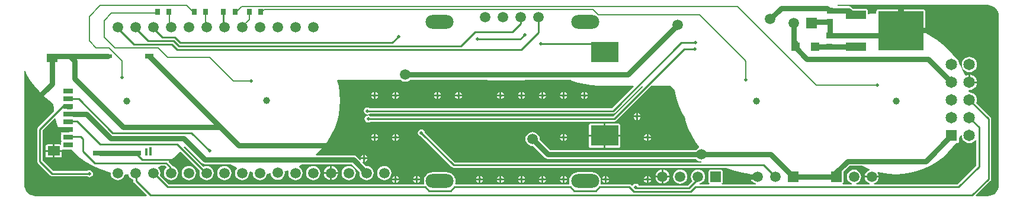
<source format=gbl>
G04 Layer_Physical_Order=2*
G04 Layer_Color=16711680*
%FSAX25Y25*%
%MOIN*%
G70*
G01*
G75*
%ADD10R,0.02756X0.03347*%
%ADD12C,0.02953*%
%ADD13C,0.01000*%
%ADD14C,0.03000*%
%ADD15R,0.06496X0.06496*%
%ADD16C,0.06496*%
%ADD17C,0.03937*%
%ADD18C,0.05905*%
%ADD19C,0.05910*%
%ADD20O,0.15748X0.07874*%
%ADD21R,0.05905X0.05905*%
%ADD22C,0.05905*%
%ADD23C,0.01968*%
%ADD24R,0.15748X0.11811*%
%ADD25R,0.05905X0.04567*%
%ADD26R,0.04528X0.02362*%
%ADD27R,0.05118X0.02559*%
%ADD28R,0.01772X0.04528*%
%ADD29R,0.01772X0.04331*%
%ADD30R,0.06299X0.02559*%
%ADD31R,0.08425X0.02559*%
%ADD32R,0.07087X0.05315*%
%ADD33R,0.05512X0.03150*%
%ADD34R,0.04724X0.04724*%
%ADD35R,0.03740X0.03347*%
%ADD36R,0.11220X0.04921*%
%ADD37R,0.25590X0.21850*%
%ADD38C,0.00700*%
G36*
X0146828Y0342653D02*
X0148834Y0339306D01*
X0151159Y0336172D01*
X0153780Y0333280D01*
X0157680Y0329380D01*
X0160572Y0326759D01*
X0161803Y0325846D01*
X0161911Y0323643D01*
X0162178Y0321841D01*
X0153019Y0312681D01*
X0152687Y0312185D01*
X0152571Y0311600D01*
Y0293700D01*
X0152687Y0293115D01*
X0153019Y0292619D01*
X0160119Y0285519D01*
X0160615Y0285187D01*
X0161200Y0285071D01*
X0180817D01*
X0181326Y0284731D01*
X0182100Y0284577D01*
X0182874Y0284731D01*
X0183531Y0285169D01*
X0183969Y0285826D01*
X0184123Y0286600D01*
X0183969Y0287374D01*
X0183531Y0288031D01*
X0182874Y0288469D01*
X0182100Y0288623D01*
X0181326Y0288469D01*
X0180817Y0288129D01*
X0161834D01*
X0155629Y0294334D01*
Y0310966D01*
X0162505Y0317842D01*
X0162987Y0317709D01*
X0163494Y0315686D01*
X0164862Y0311861D01*
X0166245Y0308936D01*
X0166224Y0308827D01*
Y0305677D01*
X0166301Y0305287D01*
X0166435Y0305087D01*
X0166301Y0304886D01*
X0166224Y0304496D01*
Y0303376D01*
X0166115Y0303268D01*
X0165724Y0303044D01*
X0165472Y0303094D01*
X0162428D01*
Y0299917D01*
X0166491D01*
Y0300045D01*
X0166600Y0300153D01*
X0166991Y0300377D01*
X0167243Y0300327D01*
X0172118D01*
X0173834Y0298434D01*
X0176844Y0295706D01*
X0180106Y0293287D01*
X0183590Y0291199D01*
X0187261Y0289462D01*
X0191086Y0288094D01*
X0194054Y0287350D01*
X0194013Y0287037D01*
X0194149Y0286005D01*
X0194547Y0285044D01*
X0195181Y0284218D01*
X0196007Y0283584D01*
X0196968Y0283186D01*
X0198000Y0283050D01*
X0199032Y0283186D01*
X0199993Y0283584D01*
X0200819Y0284218D01*
X0201453Y0285044D01*
X0201851Y0286005D01*
X0201899Y0286371D01*
X0203100Y0286312D01*
X0204102Y0286361D01*
X0204149Y0286005D01*
X0204547Y0285044D01*
X0205181Y0284218D01*
X0206007Y0283584D01*
X0206771Y0283268D01*
Y0282619D01*
X0206887Y0282033D01*
X0207219Y0281537D01*
X0214348Y0274408D01*
X0214157Y0273946D01*
X0151899D01*
X0151871Y0273940D01*
X0150638Y0274062D01*
X0149426Y0274429D01*
X0148309Y0275026D01*
X0147330Y0275830D01*
X0146527Y0276809D01*
X0145929Y0277926D01*
X0145562Y0279138D01*
X0145440Y0280371D01*
X0145446Y0280399D01*
Y0344434D01*
X0145934Y0344544D01*
X0146828Y0342653D01*
D02*
G37*
G36*
X0672899Y0308182D02*
X0672937Y0308153D01*
X0673079Y0307074D01*
X0673507Y0306040D01*
X0674188Y0305153D01*
X0675076Y0304472D01*
X0676109Y0304044D01*
X0677218Y0303898D01*
X0678327Y0304044D01*
X0679360Y0304472D01*
X0680248Y0305153D01*
X0680571Y0305574D01*
X0681071Y0305404D01*
Y0291334D01*
X0670366Y0280629D01*
X0623625D01*
X0623526Y0281129D01*
X0624293Y0281447D01*
X0625119Y0282081D01*
X0625753Y0282907D01*
X0626151Y0283868D01*
X0626221Y0284400D01*
X0618379D01*
X0618449Y0283868D01*
X0618847Y0282907D01*
X0619481Y0282081D01*
X0620307Y0281447D01*
X0621074Y0281129D01*
X0620975Y0280629D01*
X0613625D01*
X0613526Y0281129D01*
X0614293Y0281447D01*
X0615119Y0282081D01*
X0615753Y0282907D01*
X0616151Y0283868D01*
X0616287Y0284900D01*
X0616151Y0285932D01*
X0615753Y0286893D01*
X0615119Y0287719D01*
X0614293Y0288353D01*
X0613332Y0288751D01*
X0612300Y0288887D01*
X0611268Y0288751D01*
X0610307Y0288353D01*
X0609481Y0287719D01*
X0608847Y0286893D01*
X0608449Y0285932D01*
X0608313Y0284900D01*
X0608449Y0283868D01*
X0608847Y0282907D01*
X0609481Y0282081D01*
X0610307Y0281447D01*
X0611074Y0281129D01*
X0610975Y0280629D01*
X0605980D01*
X0605829Y0281129D01*
X0605974Y0281226D01*
X0606195Y0281557D01*
X0606272Y0281947D01*
Y0287702D01*
X0609646Y0291075D01*
X0616651D01*
X0620061Y0289462D01*
X0620929Y0289152D01*
X0620942Y0288616D01*
X0620307Y0288353D01*
X0619481Y0287719D01*
X0618847Y0286893D01*
X0618449Y0285932D01*
X0618379Y0285400D01*
X0626221D01*
X0626151Y0285932D01*
X0625753Y0286893D01*
X0625546Y0287162D01*
X0625837Y0287605D01*
X0627825Y0287107D01*
X0631843Y0286511D01*
X0635900Y0286312D01*
X0639957Y0286511D01*
X0643974Y0287107D01*
X0647914Y0288094D01*
X0651739Y0289462D01*
X0655410Y0291199D01*
X0658894Y0293287D01*
X0662156Y0295706D01*
X0665166Y0298434D01*
X0667894Y0301444D01*
X0669727Y0303915D01*
X0670466D01*
X0670856Y0303993D01*
X0671187Y0304214D01*
X0671408Y0304544D01*
X0671486Y0304935D01*
Y0306662D01*
X0672401Y0308190D01*
X0672419Y0308228D01*
X0672899Y0308182D01*
D02*
G37*
G36*
X0688593Y0381618D02*
X0689805Y0381251D01*
X0690922Y0380653D01*
X0691901Y0379850D01*
X0692705Y0378871D01*
X0693302Y0377754D01*
X0693669Y0376541D01*
X0693791Y0375309D01*
X0693785Y0375281D01*
Y0280399D01*
X0693791Y0280371D01*
X0693669Y0279138D01*
X0693302Y0277926D01*
X0692705Y0276809D01*
X0691901Y0275830D01*
X0690922Y0275026D01*
X0689805Y0274429D01*
X0688593Y0274062D01*
X0687360Y0273940D01*
X0687332Y0273946D01*
X0681062D01*
X0680871Y0274408D01*
X0688981Y0282519D01*
X0689313Y0283015D01*
X0689429Y0283600D01*
Y0317501D01*
X0689313Y0318086D01*
X0688981Y0318582D01*
X0681103Y0326461D01*
X0681357Y0327074D01*
X0681503Y0328183D01*
X0681357Y0329292D01*
X0680929Y0330325D01*
X0680248Y0331212D01*
X0679360Y0331893D01*
X0678327Y0332321D01*
X0677218Y0332467D01*
X0676988Y0332437D01*
X0676824Y0333547D01*
X0677099Y0333827D01*
X0677276Y0333906D01*
X0678327Y0334044D01*
X0679360Y0334472D01*
X0680248Y0335153D01*
X0680929Y0336040D01*
X0681357Y0337074D01*
X0681437Y0337683D01*
X0677218D01*
Y0338183D01*
X0676718D01*
Y0342402D01*
X0676109Y0342321D01*
X0675234Y0341959D01*
X0674647Y0342117D01*
X0674138Y0343539D01*
X0672401Y0347210D01*
X0671414Y0348858D01*
X0671357Y0349292D01*
X0670929Y0350325D01*
X0670248Y0351212D01*
X0669508Y0351780D01*
X0667894Y0353957D01*
X0665166Y0356966D01*
X0662156Y0359694D01*
X0658894Y0362113D01*
X0655410Y0364201D01*
X0654248Y0364751D01*
X0653869Y0365169D01*
X0652515Y0366397D01*
Y0378125D01*
X0652437Y0378515D01*
X0652216Y0378846D01*
X0651886Y0379067D01*
X0651495Y0379145D01*
X0625905D01*
X0625515Y0379067D01*
X0625184Y0378846D01*
X0624963Y0378515D01*
X0624885Y0378125D01*
Y0376983D01*
X0621340Y0376808D01*
X0620551Y0376691D01*
X0620172Y0377018D01*
Y0378598D01*
X0620095Y0378988D01*
X0619874Y0379319D01*
X0619543Y0379540D01*
X0619153Y0379617D01*
X0611788D01*
X0611053Y0380352D01*
X0610226Y0380905D01*
X0609250Y0381099D01*
X0603038D01*
X0602942Y0381234D01*
X0603200Y0381734D01*
X0687332D01*
X0687360Y0381739D01*
X0688593Y0381618D01*
D02*
G37*
G36*
X0453227Y0339359D02*
X0456902Y0338044D01*
X0460688Y0337096D01*
X0464548Y0336524D01*
X0468446Y0336332D01*
X0488116D01*
X0488307Y0335870D01*
X0475967Y0323529D01*
X0339783D01*
X0339274Y0323869D01*
X0338500Y0324023D01*
X0337726Y0323869D01*
X0337069Y0323431D01*
X0336631Y0322774D01*
X0336477Y0322000D01*
X0336631Y0321226D01*
X0337069Y0320569D01*
X0337726Y0320131D01*
X0338500Y0319977D01*
X0339274Y0320131D01*
X0339783Y0320471D01*
X0476600D01*
X0477185Y0320587D01*
X0477681Y0320919D01*
X0492954Y0336191D01*
X0493189Y0336159D01*
X0493367Y0335630D01*
X0476766Y0319029D01*
X0340183D01*
X0339674Y0319369D01*
X0338900Y0319523D01*
X0338126Y0319369D01*
X0337469Y0318931D01*
X0337031Y0318274D01*
X0336877Y0317500D01*
X0337031Y0316726D01*
X0337469Y0316069D01*
X0338126Y0315631D01*
X0338900Y0315477D01*
X0339674Y0315631D01*
X0340183Y0315971D01*
X0477400D01*
X0477985Y0316087D01*
X0478481Y0316419D01*
X0498395Y0336332D01*
X0508928D01*
X0511483Y0333777D01*
X0511773Y0331818D01*
X0512737Y0327972D01*
X0514073Y0324238D01*
X0515768Y0320654D01*
X0517110Y0318414D01*
X0517794Y0315686D01*
X0519162Y0311861D01*
X0520899Y0308190D01*
X0522987Y0304706D01*
X0525166Y0301767D01*
X0524997Y0301156D01*
X0524507Y0300953D01*
X0523681Y0300319D01*
X0523455Y0300025D01*
X0441146D01*
X0435338Y0305832D01*
X0435387Y0306200D01*
X0435251Y0307232D01*
X0434853Y0308193D01*
X0434219Y0309019D01*
X0433393Y0309653D01*
X0432432Y0310051D01*
X0431400Y0310187D01*
X0430368Y0310051D01*
X0429407Y0309653D01*
X0428581Y0309019D01*
X0427947Y0308193D01*
X0427549Y0307232D01*
X0427413Y0306200D01*
X0427549Y0305168D01*
X0427947Y0304207D01*
X0428581Y0303381D01*
X0429407Y0302747D01*
X0430368Y0302349D01*
X0431400Y0302213D01*
X0431768Y0302261D01*
X0438315Y0295715D01*
X0439134Y0295167D01*
X0440100Y0294975D01*
X0523455D01*
X0523681Y0294681D01*
X0524507Y0294047D01*
X0525468Y0293649D01*
X0526377Y0293529D01*
X0526344Y0293029D01*
X0387533D01*
X0370788Y0309774D01*
X0370669Y0310374D01*
X0370231Y0311031D01*
X0369574Y0311469D01*
X0368800Y0311623D01*
X0368026Y0311469D01*
X0367369Y0311031D01*
X0366931Y0310374D01*
X0366777Y0309600D01*
X0366931Y0308826D01*
X0367369Y0308169D01*
X0368026Y0307731D01*
X0368625Y0307612D01*
X0385819Y0290419D01*
X0386315Y0290087D01*
X0386900Y0289971D01*
X0540486D01*
X0541561Y0289462D01*
X0545386Y0288094D01*
X0549326Y0287107D01*
X0553343Y0286511D01*
X0553894Y0286484D01*
X0554098Y0286161D01*
X0554141Y0285971D01*
X0554079Y0285500D01*
X0558000D01*
Y0284500D01*
X0554079D01*
X0554149Y0283968D01*
X0554547Y0283007D01*
X0555181Y0282181D01*
X0556007Y0281547D01*
X0556968Y0281149D01*
X0557117Y0281129D01*
X0557084Y0280629D01*
X0538177D01*
X0537875Y0281093D01*
X0537879Y0281129D01*
X0538174Y0281326D01*
X0538395Y0281657D01*
X0538472Y0282047D01*
Y0287953D01*
X0538395Y0288343D01*
X0538174Y0288674D01*
X0537843Y0288895D01*
X0537453Y0288972D01*
X0531547D01*
X0531157Y0288895D01*
X0530826Y0288674D01*
X0530605Y0288343D01*
X0530528Y0287953D01*
Y0282047D01*
X0530605Y0281657D01*
X0530826Y0281326D01*
X0531121Y0281129D01*
X0531125Y0281093D01*
X0530823Y0280629D01*
X0525416D01*
X0525383Y0281129D01*
X0525532Y0281149D01*
X0526493Y0281547D01*
X0527319Y0282181D01*
X0527953Y0283007D01*
X0528351Y0283968D01*
X0528487Y0285000D01*
X0528351Y0286032D01*
X0527953Y0286993D01*
X0527319Y0287819D01*
X0526493Y0288453D01*
X0525532Y0288851D01*
X0524500Y0288987D01*
X0523468Y0288851D01*
X0522507Y0288453D01*
X0521681Y0287819D01*
X0521047Y0286993D01*
X0520649Y0286032D01*
X0520513Y0285000D01*
X0520649Y0283968D01*
X0521047Y0283007D01*
X0521393Y0282556D01*
X0518866Y0280029D01*
X0491437D01*
X0491357Y0280045D01*
X0491188D01*
X0490931Y0280431D01*
X0490274Y0280869D01*
X0489500Y0281023D01*
X0488726Y0280869D01*
X0488069Y0280431D01*
X0487812Y0280045D01*
X0487196Y0279954D01*
X0486968Y0280181D01*
X0486472Y0280513D01*
X0485887Y0280629D01*
X0469867D01*
X0469589Y0281045D01*
X0469645Y0281180D01*
X0469814Y0282469D01*
X0469645Y0283757D01*
X0469147Y0284958D01*
X0469060Y0285072D01*
X0469059Y0285075D01*
X0468427Y0285897D01*
X0468425Y0285899D01*
X0468356Y0285990D01*
X0468256Y0286066D01*
X0468239Y0286085D01*
X0467417Y0286716D01*
X0467394Y0286728D01*
X0467324Y0286781D01*
X0467231Y0286820D01*
X0467186Y0286849D01*
X0466229Y0287246D01*
X0466176Y0287257D01*
X0466123Y0287278D01*
X0466051Y0287288D01*
X0465972Y0287315D01*
X0464944Y0287450D01*
X0464877Y0287446D01*
X0464811Y0287459D01*
X0456985D01*
X0456919Y0287446D01*
X0456852Y0287450D01*
X0455824Y0287315D01*
X0455744Y0287288D01*
X0455672Y0287278D01*
X0455619Y0287257D01*
X0455567Y0287246D01*
X0454609Y0286849D01*
X0454565Y0286820D01*
X0454471Y0286781D01*
X0454401Y0286728D01*
X0454379Y0286716D01*
X0453556Y0286085D01*
X0453539Y0286066D01*
X0453440Y0285990D01*
X0453370Y0285899D01*
X0453368Y0285897D01*
X0452737Y0285075D01*
X0452736Y0285072D01*
X0452648Y0284958D01*
X0452151Y0283757D01*
X0451981Y0282469D01*
X0452151Y0281180D01*
X0452206Y0281045D01*
X0451929Y0280629D01*
X0388140D01*
X0388027Y0280795D01*
X0387891Y0281129D01*
X0387912Y0281180D01*
X0388082Y0282469D01*
X0387912Y0283757D01*
X0387857Y0283892D01*
X0387854Y0283903D01*
X0387451Y0284876D01*
X0387445Y0284885D01*
X0387415Y0284958D01*
X0387349Y0285044D01*
X0387318Y0285106D01*
X0386677Y0285942D01*
X0386625Y0285988D01*
X0386624Y0285990D01*
X0386618Y0285994D01*
X0386601Y0286008D01*
X0386581Y0286034D01*
X0386555Y0286055D01*
X0386489Y0286130D01*
X0385653Y0286771D01*
X0385563Y0286816D01*
X0385537Y0286836D01*
X0385506Y0286849D01*
X0385423Y0286905D01*
X0384450Y0287308D01*
X0384351Y0287327D01*
X0384321Y0287340D01*
X0384288Y0287344D01*
X0384193Y0287376D01*
X0383148Y0287514D01*
X0383081Y0287509D01*
X0383015Y0287523D01*
X0375315D01*
X0375249Y0287509D01*
X0375182Y0287514D01*
X0374138Y0287376D01*
X0374043Y0287344D01*
X0374010Y0287340D01*
X0373979Y0287327D01*
X0373881Y0287308D01*
X0372908Y0286905D01*
X0372824Y0286849D01*
X0372794Y0286836D01*
X0372767Y0286816D01*
X0372677Y0286771D01*
X0371842Y0286130D01*
X0371776Y0286055D01*
X0371749Y0286034D01*
X0371729Y0286008D01*
X0371712Y0285994D01*
X0371707Y0285990D01*
X0371706Y0285988D01*
X0371654Y0285942D01*
X0371012Y0285106D01*
X0370982Y0285044D01*
X0370916Y0284958D01*
X0370886Y0284885D01*
X0370879Y0284876D01*
X0370476Y0283903D01*
X0370474Y0283892D01*
X0370418Y0283757D01*
X0370249Y0282469D01*
X0370418Y0281180D01*
X0370439Y0281129D01*
X0370304Y0280795D01*
X0370191Y0280629D01*
X0226770D01*
X0221717Y0285683D01*
X0221851Y0286005D01*
X0221987Y0287037D01*
X0221851Y0288069D01*
X0221453Y0289030D01*
X0220852Y0289814D01*
X0220812Y0289983D01*
X0220853Y0290368D01*
X0222340Y0291071D01*
X0224567D01*
X0225252Y0290385D01*
X0225220Y0289886D01*
X0225181Y0289856D01*
X0224547Y0289030D01*
X0224149Y0288069D01*
X0224013Y0287037D01*
X0224149Y0286005D01*
X0224547Y0285044D01*
X0225181Y0284218D01*
X0226007Y0283584D01*
X0226968Y0283186D01*
X0228000Y0283050D01*
X0229032Y0283186D01*
X0229993Y0283584D01*
X0230819Y0284218D01*
X0231453Y0285044D01*
X0231851Y0286005D01*
X0231987Y0287037D01*
X0231851Y0288069D01*
X0231453Y0289030D01*
X0230819Y0289856D01*
X0229993Y0290490D01*
X0229032Y0290888D01*
X0228745Y0290926D01*
X0228713Y0291085D01*
X0228381Y0291581D01*
X0226699Y0293264D01*
X0226736Y0293763D01*
X0229357Y0295706D01*
X0232366Y0298434D01*
X0232919Y0299043D01*
X0233418Y0299056D01*
X0244224Y0288250D01*
X0244149Y0288069D01*
X0244013Y0287037D01*
X0244149Y0286005D01*
X0244547Y0285044D01*
X0245181Y0284218D01*
X0246007Y0283584D01*
X0246968Y0283186D01*
X0248000Y0283050D01*
X0249032Y0283186D01*
X0249993Y0283584D01*
X0250819Y0284218D01*
X0251453Y0285044D01*
X0251851Y0286005D01*
X0251987Y0287037D01*
X0251851Y0288069D01*
X0251453Y0289030D01*
X0250819Y0289856D01*
X0249993Y0290490D01*
X0249032Y0290888D01*
X0248000Y0291024D01*
X0246968Y0290888D01*
X0246221Y0290579D01*
X0235206Y0301594D01*
X0235501Y0301993D01*
X0236000Y0302029D01*
X0245415Y0292615D01*
X0246234Y0292067D01*
X0247200Y0291875D01*
X0261562D01*
X0262190Y0291499D01*
X0264890Y0290222D01*
X0264998Y0289617D01*
X0264547Y0289030D01*
X0264149Y0288069D01*
X0264013Y0287037D01*
X0264149Y0286005D01*
X0264547Y0285044D01*
X0265181Y0284218D01*
X0266007Y0283584D01*
X0266968Y0283186D01*
X0268000Y0283050D01*
X0269032Y0283186D01*
X0269993Y0283584D01*
X0270819Y0284218D01*
X0271453Y0285044D01*
X0271851Y0286005D01*
X0271987Y0287037D01*
X0271939Y0287403D01*
X0272312Y0287736D01*
X0273625Y0287407D01*
X0274054Y0287343D01*
X0274013Y0287037D01*
X0274149Y0286005D01*
X0274547Y0285044D01*
X0275181Y0284218D01*
X0276007Y0283584D01*
X0276968Y0283186D01*
X0278000Y0283050D01*
X0279032Y0283186D01*
X0279993Y0283584D01*
X0280819Y0284218D01*
X0281453Y0285044D01*
X0281851Y0286005D01*
X0281932Y0286623D01*
X0284059Y0286727D01*
X0284149Y0286045D01*
X0284547Y0285083D01*
X0285181Y0284257D01*
X0286007Y0283624D01*
X0286968Y0283225D01*
X0288000Y0283089D01*
X0289032Y0283225D01*
X0289993Y0283624D01*
X0290819Y0284257D01*
X0291453Y0285083D01*
X0291851Y0286045D01*
X0291987Y0287076D01*
X0291874Y0287933D01*
X0293714Y0288394D01*
X0293808Y0288427D01*
X0293921Y0288309D01*
X0294142Y0288016D01*
X0294013Y0287037D01*
X0294149Y0286005D01*
X0294547Y0285044D01*
X0295181Y0284218D01*
X0296007Y0283584D01*
X0296968Y0283186D01*
X0298000Y0283050D01*
X0299032Y0283186D01*
X0299993Y0283584D01*
X0300819Y0284218D01*
X0301453Y0285044D01*
X0301851Y0286005D01*
X0301987Y0287037D01*
X0301851Y0288069D01*
X0301453Y0289030D01*
X0300819Y0289856D01*
X0300090Y0290416D01*
X0300054Y0290952D01*
X0301210Y0291499D01*
X0301838Y0291875D01*
X0329591D01*
X0334062Y0287405D01*
X0334013Y0287037D01*
X0334149Y0286005D01*
X0334547Y0285044D01*
X0335181Y0284218D01*
X0336007Y0283584D01*
X0336968Y0283186D01*
X0338000Y0283050D01*
X0339032Y0283186D01*
X0339993Y0283584D01*
X0340819Y0284218D01*
X0341453Y0285044D01*
X0341851Y0286005D01*
X0341987Y0287037D01*
X0341851Y0288069D01*
X0341453Y0289030D01*
X0340819Y0289856D01*
X0339993Y0290490D01*
X0339032Y0290888D01*
X0338000Y0291024D01*
X0337632Y0290975D01*
X0335631Y0292977D01*
X0335722Y0293164D01*
X0335926Y0293389D01*
X0336114Y0293352D01*
Y0294776D01*
X0334690D01*
X0334728Y0294587D01*
X0334502Y0294383D01*
X0334315Y0294292D01*
X0332422Y0296185D01*
X0331603Y0296733D01*
X0330637Y0296925D01*
X0309665D01*
X0309485Y0297391D01*
X0310966Y0298734D01*
X0313694Y0301744D01*
X0316113Y0305006D01*
X0318201Y0308490D01*
X0319938Y0312161D01*
X0321306Y0315986D01*
X0322293Y0319925D01*
X0322889Y0323943D01*
X0323088Y0328000D01*
X0322889Y0332057D01*
X0322293Y0336074D01*
X0321558Y0339011D01*
X0321865Y0339405D01*
X0357341D01*
X0357807Y0339047D01*
X0358768Y0338649D01*
X0359800Y0338513D01*
X0360832Y0338649D01*
X0361793Y0339047D01*
X0362259Y0339405D01*
X0405894D01*
X0406654Y0339368D01*
X0426618D01*
X0427419Y0339407D01*
X0453127D01*
X0453227Y0339359D01*
D02*
G37*
%LPC*%
G36*
X0166491Y0298917D02*
X0162428D01*
Y0295740D01*
X0165472D01*
X0165862Y0295818D01*
X0166193Y0296039D01*
X0166414Y0296370D01*
X0166491Y0296760D01*
Y0298917D01*
D02*
G37*
G36*
X0161428D02*
X0157366D01*
Y0296760D01*
X0157443Y0296370D01*
X0157664Y0296039D01*
X0157995Y0295818D01*
X0158385Y0295740D01*
X0161428D01*
Y0298917D01*
D02*
G37*
G36*
Y0303094D02*
X0158385D01*
X0157995Y0303017D01*
X0157664Y0302796D01*
X0157443Y0302465D01*
X0157366Y0302075D01*
Y0299917D01*
X0161428D01*
Y0303094D01*
D02*
G37*
G36*
X0677218Y0352467D02*
X0676109Y0352321D01*
X0675076Y0351893D01*
X0674188Y0351212D01*
X0673507Y0350325D01*
X0673079Y0349292D01*
X0672933Y0348183D01*
X0673079Y0347074D01*
X0673507Y0346040D01*
X0674188Y0345153D01*
X0675076Y0344472D01*
X0676109Y0344044D01*
X0677218Y0343898D01*
X0678327Y0344044D01*
X0679360Y0344472D01*
X0680248Y0345153D01*
X0680929Y0346040D01*
X0681357Y0347074D01*
X0681503Y0348183D01*
X0681357Y0349292D01*
X0680929Y0350325D01*
X0680248Y0351212D01*
X0679360Y0351893D01*
X0678327Y0352321D01*
X0677218Y0352467D01*
D02*
G37*
G36*
X0677718Y0342402D02*
Y0338683D01*
X0681437D01*
X0681357Y0339292D01*
X0680929Y0340325D01*
X0680248Y0341212D01*
X0679360Y0341893D01*
X0678327Y0342321D01*
X0677718Y0342402D01*
D02*
G37*
G36*
X0437508Y0285388D02*
Y0283964D01*
X0438931D01*
X0438877Y0284239D01*
X0438438Y0284895D01*
X0437782Y0285334D01*
X0437508Y0285388D01*
D02*
G37*
G36*
X0436508D02*
X0436234Y0285334D01*
X0435577Y0284895D01*
X0435139Y0284239D01*
X0435084Y0283964D01*
X0436508D01*
Y0285388D01*
D02*
G37*
G36*
X0448319D02*
X0448044Y0285334D01*
X0447388Y0284895D01*
X0446950Y0284239D01*
X0446895Y0283964D01*
X0448319D01*
Y0285388D01*
D02*
G37*
G36*
X0472941D02*
Y0283964D01*
X0474365D01*
X0474310Y0284239D01*
X0473871Y0284895D01*
X0473215Y0285334D01*
X0472941Y0285388D01*
D02*
G37*
G36*
X0471941D02*
X0471667Y0285334D01*
X0471010Y0284895D01*
X0470572Y0284239D01*
X0470517Y0283964D01*
X0471941D01*
Y0285388D01*
D02*
G37*
G36*
X0449319D02*
Y0283964D01*
X0450742D01*
X0450688Y0284239D01*
X0450249Y0284895D01*
X0449593Y0285334D01*
X0449319Y0285388D01*
D02*
G37*
G36*
X0425697D02*
Y0283964D01*
X0427120D01*
X0427066Y0284239D01*
X0426627Y0284895D01*
X0425971Y0285334D01*
X0425697Y0285388D01*
D02*
G37*
G36*
X0401075D02*
X0400801Y0285334D01*
X0400144Y0284895D01*
X0399706Y0284239D01*
X0399651Y0283964D01*
X0401075D01*
Y0285388D01*
D02*
G37*
G36*
X0366642D02*
Y0283964D01*
X0368065D01*
X0368011Y0284239D01*
X0367572Y0284895D01*
X0366916Y0285334D01*
X0366642Y0285388D01*
D02*
G37*
G36*
X0365642D02*
X0365367Y0285334D01*
X0364711Y0284895D01*
X0364272Y0284239D01*
X0364218Y0283964D01*
X0365642D01*
Y0285388D01*
D02*
G37*
G36*
X0402075D02*
Y0283964D01*
X0403498D01*
X0403444Y0284239D01*
X0403005Y0284895D01*
X0402349Y0285334D01*
X0402075Y0285388D01*
D02*
G37*
G36*
X0424697D02*
X0424423Y0285334D01*
X0423766Y0284895D01*
X0423328Y0284239D01*
X0423273Y0283964D01*
X0424697D01*
Y0285388D01*
D02*
G37*
G36*
X0413886D02*
Y0283964D01*
X0415309D01*
X0415255Y0284239D01*
X0414816Y0284895D01*
X0414160Y0285334D01*
X0413886Y0285388D01*
D02*
G37*
G36*
X0412886D02*
X0412611Y0285334D01*
X0411955Y0284895D01*
X0411517Y0284239D01*
X0411462Y0283964D01*
X0412886D01*
Y0285388D01*
D02*
G37*
G36*
X0336114Y0297199D02*
X0335840Y0297145D01*
X0335184Y0296706D01*
X0334745Y0296050D01*
X0334690Y0295776D01*
X0336114D01*
Y0297199D01*
D02*
G37*
G36*
X0337114D02*
Y0295776D01*
X0338538D01*
X0338483Y0296050D01*
X0338045Y0296706D01*
X0337388Y0297145D01*
X0337114Y0297199D01*
D02*
G37*
G36*
X0480809Y0307569D02*
X0472416D01*
Y0301143D01*
X0479790D01*
X0480180Y0301221D01*
X0480511Y0301442D01*
X0480732Y0301773D01*
X0480809Y0302163D01*
Y0307569D01*
D02*
G37*
G36*
X0471416D02*
X0463022D01*
Y0302163D01*
X0463100Y0301773D01*
X0463321Y0301442D01*
X0463652Y0301221D01*
X0464042Y0301143D01*
X0471416D01*
Y0307569D01*
D02*
G37*
G36*
X0504000Y0288921D02*
X0503468Y0288851D01*
X0502507Y0288453D01*
X0501681Y0287819D01*
X0501047Y0286993D01*
X0500649Y0286032D01*
X0500579Y0285500D01*
X0504000D01*
Y0288921D01*
D02*
G37*
G36*
X0496563Y0285388D02*
Y0283964D01*
X0497987D01*
X0497932Y0284239D01*
X0497493Y0284895D01*
X0496837Y0285334D01*
X0496563Y0285388D01*
D02*
G37*
G36*
X0495563D02*
X0495289Y0285334D01*
X0494632Y0284895D01*
X0494194Y0284239D01*
X0494139Y0283964D01*
X0495563D01*
Y0285388D01*
D02*
G37*
G36*
X0505000Y0288921D02*
Y0285500D01*
X0508421D01*
X0508351Y0286032D01*
X0507953Y0286993D01*
X0507319Y0287819D01*
X0506493Y0288453D01*
X0505532Y0288851D01*
X0505000Y0288921D01*
D02*
G37*
G36*
X0338538Y0294776D02*
X0337114D01*
Y0293352D01*
X0337388Y0293406D01*
X0338045Y0293845D01*
X0338483Y0294501D01*
X0338538Y0294776D01*
D02*
G37*
G36*
X0318500Y0290958D02*
Y0287537D01*
X0321921D01*
X0321851Y0288069D01*
X0321453Y0289030D01*
X0320819Y0289856D01*
X0319993Y0290490D01*
X0319032Y0290888D01*
X0318500Y0290958D01*
D02*
G37*
G36*
X0317500D02*
X0316968Y0290888D01*
X0316007Y0290490D01*
X0315181Y0289856D01*
X0314547Y0289030D01*
X0314149Y0288069D01*
X0314079Y0287537D01*
X0317500D01*
Y0290958D01*
D02*
G37*
G36*
X0415309Y0282964D02*
X0413886D01*
Y0281541D01*
X0414160Y0281595D01*
X0414816Y0282034D01*
X0415255Y0282690D01*
X0415309Y0282964D01*
D02*
G37*
G36*
X0412886D02*
X0411462D01*
X0411517Y0282690D01*
X0411955Y0282034D01*
X0412611Y0281595D01*
X0412886Y0281541D01*
Y0282964D01*
D02*
G37*
G36*
X0403498D02*
X0402075D01*
Y0281541D01*
X0402349Y0281595D01*
X0403005Y0282034D01*
X0403444Y0282690D01*
X0403498Y0282964D01*
D02*
G37*
G36*
X0424697D02*
X0423273D01*
X0423328Y0282690D01*
X0423766Y0282034D01*
X0424423Y0281595D01*
X0424697Y0281541D01*
Y0282964D01*
D02*
G37*
G36*
X0438931D02*
X0437508D01*
Y0281541D01*
X0437782Y0281595D01*
X0438438Y0282034D01*
X0438877Y0282690D01*
X0438931Y0282964D01*
D02*
G37*
G36*
X0436508D02*
X0435084D01*
X0435139Y0282690D01*
X0435577Y0282034D01*
X0436234Y0281595D01*
X0436508Y0281541D01*
Y0282964D01*
D02*
G37*
G36*
X0427120D02*
X0425697D01*
Y0281541D01*
X0425971Y0281595D01*
X0426627Y0282034D01*
X0427066Y0282690D01*
X0427120Y0282964D01*
D02*
G37*
G36*
X0401075D02*
X0399651D01*
X0399706Y0282690D01*
X0400144Y0282034D01*
X0400801Y0281595D01*
X0401075Y0281541D01*
Y0282964D01*
D02*
G37*
G36*
X0508421Y0284500D02*
X0505000D01*
Y0281079D01*
X0505532Y0281149D01*
X0506493Y0281547D01*
X0507319Y0282181D01*
X0507953Y0283007D01*
X0508351Y0283968D01*
X0508421Y0284500D01*
D02*
G37*
G36*
X0504000D02*
X0500579D01*
X0500649Y0283968D01*
X0501047Y0283007D01*
X0501681Y0282181D01*
X0502507Y0281547D01*
X0503468Y0281149D01*
X0504000Y0281079D01*
Y0284500D01*
D02*
G37*
G36*
X0514500Y0288987D02*
X0513468Y0288851D01*
X0512507Y0288453D01*
X0511681Y0287819D01*
X0511047Y0286993D01*
X0510649Y0286032D01*
X0510513Y0285000D01*
X0510649Y0283968D01*
X0511047Y0283007D01*
X0511681Y0282181D01*
X0512507Y0281547D01*
X0513468Y0281149D01*
X0514500Y0281013D01*
X0515532Y0281149D01*
X0516493Y0281547D01*
X0517319Y0282181D01*
X0517953Y0283007D01*
X0518351Y0283968D01*
X0518487Y0285000D01*
X0518351Y0286032D01*
X0517953Y0286993D01*
X0517319Y0287819D01*
X0516493Y0288453D01*
X0515532Y0288851D01*
X0514500Y0288987D01*
D02*
G37*
G36*
X0353831Y0282964D02*
X0352407D01*
X0352462Y0282690D01*
X0352900Y0282034D01*
X0353556Y0281595D01*
X0353831Y0281541D01*
Y0282964D01*
D02*
G37*
G36*
X0368065D02*
X0366642D01*
Y0281541D01*
X0366916Y0281595D01*
X0367572Y0282034D01*
X0368011Y0282690D01*
X0368065Y0282964D01*
D02*
G37*
G36*
X0365642D02*
X0364218D01*
X0364272Y0282690D01*
X0364711Y0282034D01*
X0365367Y0281595D01*
X0365642Y0281541D01*
Y0282964D01*
D02*
G37*
G36*
X0356254D02*
X0354831D01*
Y0281541D01*
X0355105Y0281595D01*
X0355761Y0282034D01*
X0356200Y0282690D01*
X0356254Y0282964D01*
D02*
G37*
G36*
X0348000Y0291024D02*
X0346968Y0290888D01*
X0346007Y0290490D01*
X0345181Y0289856D01*
X0344547Y0289030D01*
X0344149Y0288069D01*
X0344013Y0287037D01*
X0344149Y0286005D01*
X0344547Y0285044D01*
X0345181Y0284218D01*
X0346007Y0283584D01*
X0346968Y0283186D01*
X0348000Y0283050D01*
X0349032Y0283186D01*
X0349993Y0283584D01*
X0350819Y0284218D01*
X0351453Y0285044D01*
X0351851Y0286005D01*
X0351987Y0287037D01*
X0351851Y0288069D01*
X0351453Y0289030D01*
X0350819Y0289856D01*
X0349993Y0290490D01*
X0349032Y0290888D01*
X0348000Y0291024D01*
D02*
G37*
G36*
X0328000D02*
X0326968Y0290888D01*
X0326007Y0290490D01*
X0325181Y0289856D01*
X0324547Y0289030D01*
X0324149Y0288069D01*
X0324013Y0287037D01*
X0324149Y0286005D01*
X0324547Y0285044D01*
X0325181Y0284218D01*
X0326007Y0283584D01*
X0326968Y0283186D01*
X0328000Y0283050D01*
X0329032Y0283186D01*
X0329993Y0283584D01*
X0330819Y0284218D01*
X0331453Y0285044D01*
X0331851Y0286005D01*
X0331987Y0287037D01*
X0331851Y0288069D01*
X0331453Y0289030D01*
X0330819Y0289856D01*
X0329993Y0290490D01*
X0329032Y0290888D01*
X0328000Y0291024D01*
D02*
G37*
G36*
X0308000D02*
X0306968Y0290888D01*
X0306007Y0290490D01*
X0305181Y0289856D01*
X0304547Y0289030D01*
X0304149Y0288069D01*
X0304013Y0287037D01*
X0304149Y0286005D01*
X0304547Y0285044D01*
X0305181Y0284218D01*
X0306007Y0283584D01*
X0306968Y0283186D01*
X0308000Y0283050D01*
X0309032Y0283186D01*
X0309993Y0283584D01*
X0310819Y0284218D01*
X0311453Y0285044D01*
X0311851Y0286005D01*
X0311987Y0287037D01*
X0311851Y0288069D01*
X0311453Y0289030D01*
X0310819Y0289856D01*
X0309993Y0290490D01*
X0309032Y0290888D01*
X0308000Y0291024D01*
D02*
G37*
G36*
X0321921Y0286537D02*
X0318500D01*
Y0283116D01*
X0319032Y0283186D01*
X0319993Y0283584D01*
X0320819Y0284218D01*
X0321453Y0285044D01*
X0321851Y0286005D01*
X0321921Y0286537D01*
D02*
G37*
G36*
X0354831Y0285388D02*
Y0283964D01*
X0356254D01*
X0356200Y0284239D01*
X0355761Y0284895D01*
X0355105Y0285334D01*
X0354831Y0285388D01*
D02*
G37*
G36*
X0353831D02*
X0353556Y0285334D01*
X0352900Y0284895D01*
X0352462Y0284239D01*
X0352407Y0283964D01*
X0353831D01*
Y0285388D01*
D02*
G37*
G36*
X0317500Y0286537D02*
X0314079D01*
X0314149Y0286005D01*
X0314547Y0285044D01*
X0315181Y0284218D01*
X0316007Y0283584D01*
X0316968Y0283186D01*
X0317500Y0283116D01*
Y0286537D01*
D02*
G37*
G36*
X0258000Y0291024D02*
X0256968Y0290888D01*
X0256007Y0290490D01*
X0255181Y0289856D01*
X0254547Y0289030D01*
X0254149Y0288069D01*
X0254013Y0287037D01*
X0254149Y0286005D01*
X0254547Y0285044D01*
X0255181Y0284218D01*
X0256007Y0283584D01*
X0256968Y0283186D01*
X0258000Y0283050D01*
X0259032Y0283186D01*
X0259993Y0283584D01*
X0260819Y0284218D01*
X0261453Y0285044D01*
X0261851Y0286005D01*
X0261987Y0287037D01*
X0261851Y0288069D01*
X0261453Y0289030D01*
X0260819Y0289856D01*
X0259993Y0290490D01*
X0259032Y0290888D01*
X0258000Y0291024D01*
D02*
G37*
G36*
X0471941Y0282964D02*
X0470517D01*
X0470572Y0282690D01*
X0471010Y0282034D01*
X0471667Y0281595D01*
X0471941Y0281541D01*
Y0282964D01*
D02*
G37*
G36*
X0450742D02*
X0449319D01*
Y0281541D01*
X0449593Y0281595D01*
X0450249Y0282034D01*
X0450688Y0282690D01*
X0450742Y0282964D01*
D02*
G37*
G36*
X0448319D02*
X0446895D01*
X0446950Y0282690D01*
X0447388Y0282034D01*
X0448044Y0281595D01*
X0448319Y0281541D01*
Y0282964D01*
D02*
G37*
G36*
X0474365D02*
X0472941D01*
Y0281541D01*
X0473215Y0281595D01*
X0473871Y0282034D01*
X0474310Y0282690D01*
X0474365Y0282964D01*
D02*
G37*
G36*
X0238000Y0291024D02*
X0236968Y0290888D01*
X0236007Y0290490D01*
X0235181Y0289856D01*
X0234547Y0289030D01*
X0234149Y0288069D01*
X0234013Y0287037D01*
X0234149Y0286005D01*
X0234547Y0285044D01*
X0235181Y0284218D01*
X0236007Y0283584D01*
X0236968Y0283186D01*
X0238000Y0283050D01*
X0239032Y0283186D01*
X0239993Y0283584D01*
X0240819Y0284218D01*
X0241453Y0285044D01*
X0241851Y0286005D01*
X0241987Y0287037D01*
X0241851Y0288069D01*
X0241453Y0289030D01*
X0240819Y0289856D01*
X0239993Y0290490D01*
X0239032Y0290888D01*
X0238000Y0291024D01*
D02*
G37*
G36*
X0497987Y0282964D02*
X0496563D01*
Y0281541D01*
X0496837Y0281595D01*
X0497493Y0282034D01*
X0497932Y0282690D01*
X0497987Y0282964D01*
D02*
G37*
G36*
X0495563D02*
X0494139D01*
X0494194Y0282690D01*
X0494632Y0282034D01*
X0495289Y0281595D01*
X0495563Y0281541D01*
Y0282964D01*
D02*
G37*
G36*
X0342020Y0332632D02*
X0341745Y0332578D01*
X0341089Y0332139D01*
X0340651Y0331483D01*
X0340596Y0331209D01*
X0342020D01*
Y0332632D01*
D02*
G37*
G36*
X0462553Y0330209D02*
X0461130D01*
Y0328785D01*
X0461404Y0328839D01*
X0462060Y0329278D01*
X0462499Y0329934D01*
X0462553Y0330209D01*
D02*
G37*
G36*
X0460130D02*
X0458706D01*
X0458761Y0329934D01*
X0459199Y0329278D01*
X0459856Y0328839D01*
X0460130Y0328785D01*
Y0330209D01*
D02*
G37*
G36*
X0343020Y0332632D02*
Y0331209D01*
X0344443D01*
X0344389Y0331483D01*
X0343950Y0332139D01*
X0343294Y0332578D01*
X0343020Y0332632D01*
D02*
G37*
G36*
X0377453D02*
X0377178Y0332578D01*
X0376522Y0332139D01*
X0376083Y0331483D01*
X0376029Y0331209D01*
X0377453D01*
Y0332632D01*
D02*
G37*
G36*
X0354831D02*
Y0331209D01*
X0356254D01*
X0356200Y0331483D01*
X0355761Y0332139D01*
X0355105Y0332578D01*
X0354831Y0332632D01*
D02*
G37*
G36*
X0353831D02*
X0353556Y0332578D01*
X0352900Y0332139D01*
X0352462Y0331483D01*
X0352407Y0331209D01*
X0353831D01*
Y0332632D01*
D02*
G37*
G36*
X0450742Y0330209D02*
X0449319D01*
Y0328785D01*
X0449593Y0328839D01*
X0450249Y0329278D01*
X0450688Y0329934D01*
X0450742Y0330209D01*
D02*
G37*
G36*
X0424697D02*
X0423273D01*
X0423328Y0329934D01*
X0423766Y0329278D01*
X0424423Y0328839D01*
X0424697Y0328785D01*
Y0330209D01*
D02*
G37*
G36*
X0415309D02*
X0413886D01*
Y0328785D01*
X0414160Y0328839D01*
X0414816Y0329278D01*
X0415255Y0329934D01*
X0415309Y0330209D01*
D02*
G37*
G36*
X0412886D02*
X0411462D01*
X0411517Y0329934D01*
X0411955Y0329278D01*
X0412611Y0328839D01*
X0412886Y0328785D01*
Y0330209D01*
D02*
G37*
G36*
X0427120D02*
X0425697D01*
Y0328785D01*
X0425971Y0328839D01*
X0426627Y0329278D01*
X0427066Y0329934D01*
X0427120Y0330209D01*
D02*
G37*
G36*
X0448319D02*
X0446895D01*
X0446950Y0329934D01*
X0447388Y0329278D01*
X0448044Y0328839D01*
X0448319Y0328785D01*
Y0330209D01*
D02*
G37*
G36*
X0438931D02*
X0437508D01*
Y0328785D01*
X0437782Y0328839D01*
X0438438Y0329278D01*
X0438877Y0329934D01*
X0438931Y0330209D01*
D02*
G37*
G36*
X0436508D02*
X0435084D01*
X0435139Y0329934D01*
X0435577Y0329278D01*
X0436234Y0328839D01*
X0436508Y0328785D01*
Y0330209D01*
D02*
G37*
G36*
X0449319Y0332632D02*
Y0331209D01*
X0450742D01*
X0450688Y0331483D01*
X0450249Y0332139D01*
X0449593Y0332578D01*
X0449319Y0332632D01*
D02*
G37*
G36*
X0448319D02*
X0448044Y0332578D01*
X0447388Y0332139D01*
X0446950Y0331483D01*
X0446895Y0331209D01*
X0448319D01*
Y0332632D01*
D02*
G37*
G36*
X0437508D02*
Y0331209D01*
X0438931D01*
X0438877Y0331483D01*
X0438438Y0332139D01*
X0437782Y0332578D01*
X0437508Y0332632D01*
D02*
G37*
G36*
X0460130D02*
X0459856Y0332578D01*
X0459199Y0332139D01*
X0458761Y0331483D01*
X0458706Y0331209D01*
X0460130D01*
Y0332632D01*
D02*
G37*
G36*
X0461130D02*
Y0331209D01*
X0462553D01*
X0462499Y0331483D01*
X0462060Y0332139D01*
X0461404Y0332578D01*
X0461130Y0332632D01*
D02*
G37*
G36*
X0436508D02*
X0436234Y0332578D01*
X0435577Y0332139D01*
X0435139Y0331483D01*
X0435084Y0331209D01*
X0436508D01*
Y0332632D01*
D02*
G37*
G36*
X0390264D02*
Y0331209D01*
X0391687D01*
X0391633Y0331483D01*
X0391194Y0332139D01*
X0390538Y0332578D01*
X0390264Y0332632D01*
D02*
G37*
G36*
X0389264D02*
X0388989Y0332578D01*
X0388333Y0332139D01*
X0387895Y0331483D01*
X0387840Y0331209D01*
X0389264D01*
Y0332632D01*
D02*
G37*
G36*
X0378453D02*
Y0331209D01*
X0379876D01*
X0379822Y0331483D01*
X0379383Y0332139D01*
X0378727Y0332578D01*
X0378453Y0332632D01*
D02*
G37*
G36*
X0412886D02*
X0412611Y0332578D01*
X0411955Y0332139D01*
X0411517Y0331483D01*
X0411462Y0331209D01*
X0412886D01*
Y0332632D01*
D02*
G37*
G36*
X0425697D02*
Y0331209D01*
X0427120D01*
X0427066Y0331483D01*
X0426627Y0332139D01*
X0425971Y0332578D01*
X0425697Y0332632D01*
D02*
G37*
G36*
X0424697D02*
X0424423Y0332578D01*
X0423766Y0332139D01*
X0423328Y0331483D01*
X0423273Y0331209D01*
X0424697D01*
Y0332632D01*
D02*
G37*
G36*
X0413886D02*
Y0331209D01*
X0415309D01*
X0415255Y0331483D01*
X0414816Y0332139D01*
X0414160Y0332578D01*
X0413886Y0332632D01*
D02*
G37*
G36*
X0353831Y0309010D02*
X0353556Y0308956D01*
X0352900Y0308517D01*
X0352462Y0307861D01*
X0352407Y0307587D01*
X0353831D01*
Y0309010D01*
D02*
G37*
G36*
X0343020D02*
Y0307587D01*
X0344443D01*
X0344389Y0307861D01*
X0343950Y0308517D01*
X0343294Y0308956D01*
X0343020Y0309010D01*
D02*
G37*
G36*
X0342020D02*
X0341745Y0308956D01*
X0341089Y0308517D01*
X0340651Y0307861D01*
X0340596Y0307587D01*
X0342020D01*
Y0309010D01*
D02*
G37*
G36*
X0354831D02*
Y0307587D01*
X0356254D01*
X0356200Y0307861D01*
X0355761Y0308517D01*
X0355105Y0308956D01*
X0354831Y0309010D01*
D02*
G37*
G36*
X0495563D02*
X0495289Y0308956D01*
X0494632Y0308517D01*
X0494194Y0307861D01*
X0494139Y0307587D01*
X0495563D01*
Y0309010D01*
D02*
G37*
G36*
X0449319D02*
Y0307587D01*
X0450742D01*
X0450688Y0307861D01*
X0450249Y0308517D01*
X0449593Y0308956D01*
X0449319Y0309010D01*
D02*
G37*
G36*
X0448319D02*
X0448044Y0308956D01*
X0447388Y0308517D01*
X0446950Y0307861D01*
X0446895Y0307587D01*
X0448319D01*
Y0309010D01*
D02*
G37*
G36*
X0497987Y0306587D02*
X0496563D01*
Y0305163D01*
X0496837Y0305217D01*
X0497493Y0305656D01*
X0497932Y0306312D01*
X0497987Y0306587D01*
D02*
G37*
G36*
X0353831D02*
X0352407D01*
X0352462Y0306312D01*
X0352900Y0305656D01*
X0353556Y0305217D01*
X0353831Y0305163D01*
Y0306587D01*
D02*
G37*
G36*
X0344443D02*
X0343020D01*
Y0305163D01*
X0343294Y0305217D01*
X0343950Y0305656D01*
X0344389Y0306312D01*
X0344443Y0306587D01*
D02*
G37*
G36*
X0342020D02*
X0340596D01*
X0340651Y0306312D01*
X0341089Y0305656D01*
X0341745Y0305217D01*
X0342020Y0305163D01*
Y0306587D01*
D02*
G37*
G36*
X0356254D02*
X0354831D01*
Y0305163D01*
X0355105Y0305217D01*
X0355761Y0305656D01*
X0356200Y0306312D01*
X0356254Y0306587D01*
D02*
G37*
G36*
X0495563D02*
X0494139D01*
X0494194Y0306312D01*
X0494632Y0305656D01*
X0495289Y0305217D01*
X0495563Y0305163D01*
Y0306587D01*
D02*
G37*
G36*
X0450742D02*
X0449319D01*
Y0305163D01*
X0449593Y0305217D01*
X0450249Y0305656D01*
X0450688Y0306312D01*
X0450742Y0306587D01*
D02*
G37*
G36*
X0448319D02*
X0446895D01*
X0446950Y0306312D01*
X0447388Y0305656D01*
X0448044Y0305217D01*
X0448319Y0305163D01*
Y0306587D01*
D02*
G37*
G36*
X0356254Y0330209D02*
X0354831D01*
Y0328785D01*
X0355105Y0328839D01*
X0355761Y0329278D01*
X0356200Y0329934D01*
X0356254Y0330209D01*
D02*
G37*
G36*
X0353831D02*
X0352407D01*
X0352462Y0329934D01*
X0352900Y0329278D01*
X0353556Y0328839D01*
X0353831Y0328785D01*
Y0330209D01*
D02*
G37*
G36*
X0344443D02*
X0343020D01*
Y0328785D01*
X0343294Y0328839D01*
X0343950Y0329278D01*
X0344389Y0329934D01*
X0344443Y0330209D01*
D02*
G37*
G36*
X0377453D02*
X0376029D01*
X0376083Y0329934D01*
X0376522Y0329278D01*
X0377178Y0328839D01*
X0377453Y0328785D01*
Y0330209D01*
D02*
G37*
G36*
X0391687D02*
X0390264D01*
Y0328785D01*
X0390538Y0328839D01*
X0391194Y0329278D01*
X0391633Y0329934D01*
X0391687Y0330209D01*
D02*
G37*
G36*
X0389264D02*
X0387840D01*
X0387895Y0329934D01*
X0388333Y0329278D01*
X0388989Y0328839D01*
X0389264Y0328785D01*
Y0330209D01*
D02*
G37*
G36*
X0379876D02*
X0378453D01*
Y0328785D01*
X0378727Y0328839D01*
X0379383Y0329278D01*
X0379822Y0329934D01*
X0379876Y0330209D01*
D02*
G37*
G36*
X0342020D02*
X0340596D01*
X0340651Y0329934D01*
X0341089Y0329278D01*
X0341745Y0328839D01*
X0342020Y0328785D01*
Y0330209D01*
D02*
G37*
G36*
X0479790Y0314994D02*
X0472416D01*
Y0308569D01*
X0480809D01*
Y0313974D01*
X0480732Y0314364D01*
X0480511Y0314695D01*
X0480180Y0314916D01*
X0479790Y0314994D01*
D02*
G37*
G36*
X0471416D02*
X0464042D01*
X0463652Y0314916D01*
X0463321Y0314695D01*
X0463100Y0314364D01*
X0463022Y0313974D01*
Y0308569D01*
X0471416D01*
Y0314994D01*
D02*
G37*
G36*
X0496563Y0309010D02*
Y0307587D01*
X0497987D01*
X0497932Y0307861D01*
X0497493Y0308517D01*
X0496837Y0308956D01*
X0496563Y0309010D01*
D02*
G37*
G36*
X0489657Y0318397D02*
X0488234D01*
X0488288Y0318123D01*
X0488727Y0317467D01*
X0489383Y0317028D01*
X0489657Y0316974D01*
Y0318397D01*
D02*
G37*
G36*
X0490657Y0320821D02*
Y0319397D01*
X0492081D01*
X0492027Y0319672D01*
X0491588Y0320328D01*
X0490932Y0320767D01*
X0490657Y0320821D01*
D02*
G37*
G36*
X0489657D02*
X0489383Y0320767D01*
X0488727Y0320328D01*
X0488288Y0319672D01*
X0488234Y0319397D01*
X0489657D01*
Y0320821D01*
D02*
G37*
G36*
X0492081Y0318397D02*
X0490657D01*
Y0316974D01*
X0490932Y0317028D01*
X0491588Y0317467D01*
X0492027Y0318123D01*
X0492081Y0318397D01*
D02*
G37*
%LPD*%
D10*
X0263939Y0377857D02*
D03*
X0257443D02*
D03*
X0226857Y0377842D02*
D03*
X0220361D02*
D03*
X0240961D02*
D03*
X0247457D02*
D03*
X0272043Y0377857D02*
D03*
X0278539D02*
D03*
D12*
X0431400Y0306200D02*
X0440100Y0297500D01*
X0526500D01*
X0601500Y0286500D02*
X0608600Y0293600D01*
X0330637Y0294400D02*
X0338000Y0287037D01*
X0247200Y0294400D02*
X0330637D01*
X0234900Y0306700D02*
X0247200Y0294400D01*
X0193900Y0306700D02*
X0234900D01*
X0180256Y0320344D02*
X0193900Y0306700D01*
X0172999Y0320344D02*
X0180256D01*
X0601500Y0285000D02*
Y0286500D01*
X0526500Y0297500D02*
X0565500D01*
X0578000Y0285000D01*
X0601500D01*
X0608600Y0293600D02*
X0652635D01*
X0667218Y0308183D01*
D13*
X0161200Y0286600D02*
X0182100D01*
X0490529Y0276516D02*
X0490545Y0276500D01*
X0485887Y0279100D02*
X0488471Y0276516D01*
X0469157Y0279100D02*
X0485887D01*
X0488471Y0276516D02*
X0490529D01*
X0387425Y0279100D02*
X0452638D01*
X0385294Y0276969D02*
X0387425Y0279100D01*
X0373037Y0276969D02*
X0385294D01*
X0370906Y0279100D02*
X0373037Y0276969D01*
X0226137Y0279100D02*
X0370906D01*
X0467026Y0276969D02*
X0469157Y0279100D01*
X0454770Y0276969D02*
X0467026D01*
X0452638Y0279100D02*
X0454770Y0276969D01*
X0520328Y0276500D02*
X0522928Y0279100D01*
X0490545Y0276500D02*
X0520328D01*
X0218300Y0286937D02*
X0226137Y0279100D01*
X0391052Y0358500D02*
X0399052Y0366500D01*
X0232328Y0358500D02*
X0391052D01*
X0239424Y0309676D02*
X0249600Y0299500D01*
X0195133Y0309676D02*
X0239424D01*
X0188000Y0303200D02*
X0231437D01*
X0175087Y0316113D02*
X0188000Y0303200D01*
X0172599Y0316113D02*
X0175087D01*
X0227300Y0287337D02*
Y0290500D01*
X0231437Y0303200D02*
X0247300Y0287337D01*
X0169622Y0323419D02*
X0171743D01*
X0464528Y0360000D02*
X0468216Y0356313D01*
X0436000Y0360000D02*
X0464528D01*
X0172599Y0307452D02*
X0177196D01*
X0519500Y0278500D02*
X0524500Y0283500D01*
X0399052Y0366500D02*
X0420000D01*
X0424835Y0371335D01*
Y0374831D01*
X0238000Y0274419D02*
X0238081Y0274500D01*
X0233157Y0360500D02*
X0352500D01*
X0356000Y0364000D01*
X0561500Y0291500D02*
X0568000Y0285000D01*
X0434874Y0366374D02*
Y0374870D01*
X0400500Y0362500D02*
X0424500D01*
X0427000Y0365000D01*
X0208300Y0282619D02*
Y0286937D01*
Y0282619D02*
X0216500Y0274419D01*
X0238000D02*
X0238500D01*
X0228500Y0359500D02*
X0231500Y0356500D01*
X0207500Y0369163D02*
X0215163Y0361500D01*
X0229328D01*
X0232328Y0358500D01*
X0217500Y0369163D02*
X0223163Y0363500D01*
X0230157D01*
X0233157Y0360500D01*
X0257443Y0369220D02*
Y0377257D01*
Y0369220D02*
X0257500Y0369163D01*
X0197500D02*
X0207163Y0359500D01*
X0228500D01*
X0216500Y0274419D02*
X0238000D01*
X0168241Y0324800D02*
X0169622Y0323419D01*
X0169899Y0328906D02*
X0175904D01*
X0195133Y0309676D01*
X0178400Y0299100D02*
Y0306248D01*
X0177196Y0307452D02*
X0178400Y0306248D01*
X0338900Y0317500D02*
X0477400D01*
X0338500Y0322000D02*
X0476600D01*
X0154100Y0293700D02*
Y0311600D01*
X0167300Y0324800D01*
X0168241D01*
X0231500Y0356500D02*
X0425000D01*
X0434874Y0366374D01*
X0368800Y0309600D02*
X0386900Y0291500D01*
X0561500D01*
X0515100Y0360500D02*
X0523100D01*
X0476600Y0322000D02*
X0515100Y0360500D01*
X0516700Y0356800D02*
X0522800D01*
X0477400Y0317500D02*
X0516700Y0356800D01*
X0154100Y0293700D02*
X0161200Y0286600D01*
X0225200Y0292600D02*
X0227300Y0290500D01*
X0178400Y0299100D02*
X0184900Y0292600D01*
X0225200D01*
X0208031Y0298138D02*
X0211568Y0294600D01*
X0232900D01*
X0238081Y0274500D02*
X0678800D01*
X0687900Y0283600D01*
Y0317501D01*
X0677218Y0328183D02*
X0687900Y0317501D01*
X0522928Y0279100D02*
X0671000D01*
X0682600Y0290700D01*
Y0312801D01*
X0677218Y0318183D02*
X0682600Y0312801D01*
X0489500Y0279000D02*
X0489984Y0278516D01*
X0491357D01*
X0491373Y0278500D01*
X0519500D01*
D14*
X0484900Y0342500D02*
X0513100Y0370700D01*
X0359800Y0342500D02*
X0484900D01*
X0578400Y0361300D02*
X0579388Y0360312D01*
X0598600Y0378550D02*
X0609250D01*
X0611663Y0376137D01*
X0613543D01*
X0565100Y0373800D02*
X0571300Y0380000D01*
X0597150D01*
X0598600Y0378550D01*
X0160944Y0337344D02*
Y0351858D01*
X0151400Y0327800D02*
X0160944Y0337344D01*
X0150900Y0327800D02*
X0151400D01*
X0148200Y0325100D02*
X0150900Y0327800D01*
X0163083Y0311583D02*
X0169999D01*
X0163000Y0311500D02*
X0163083Y0311583D01*
X0192342Y0352961D02*
X0192440Y0352862D01*
X0160944Y0351858D02*
X0162047Y0352961D01*
X0171000D01*
X0192342D01*
X0171000D02*
X0173800Y0350161D01*
X0265931Y0302600D02*
X0320100D01*
X0188031Y0298138D02*
X0208031D01*
X0173800Y0340200D02*
Y0350161D01*
Y0340200D02*
X0201000Y0313000D01*
X0255531D01*
X0215669Y0352862D02*
X0265931Y0302600D01*
X0590796Y0358184D02*
X0613543D01*
X0579388Y0357800D02*
Y0360312D01*
X0578400Y0361300D02*
Y0371000D01*
X0579388Y0357800D02*
X0585888Y0351300D01*
X0598600Y0364850D02*
Y0372250D01*
X0590412Y0357800D02*
X0590796Y0358184D01*
X0588400Y0371000D02*
X0589650Y0372250D01*
X0598600D01*
X0598500Y0364550D02*
X0636050D01*
X0638700Y0367200D01*
X0598600Y0364850D02*
X0598800Y0364650D01*
X0638700Y0367200D02*
Y0379861D01*
X0638300Y0380261D02*
X0638400D01*
Y0367500D02*
X0638700Y0367200D01*
X0639200Y0367700D01*
X0657100D01*
X0638400Y0367500D02*
Y0380161D01*
Y0380261D01*
X0638300D02*
X0638400Y0380161D01*
X0638700Y0379861D01*
X0585888Y0351300D02*
X0654101D01*
X0667218Y0338183D01*
X0550900Y0285000D02*
X0558000D01*
X0550800Y0284900D02*
X0550900Y0285000D01*
D15*
X0667218Y0308183D02*
D03*
D16*
Y0318183D02*
D03*
Y0328183D02*
D03*
Y0338183D02*
D03*
Y0348183D02*
D03*
X0677218Y0308183D02*
D03*
Y0318183D02*
D03*
Y0328183D02*
D03*
Y0338183D02*
D03*
Y0348183D02*
D03*
D17*
X0635900Y0327700D02*
D03*
X0281700Y0328000D02*
D03*
X0203100Y0327700D02*
D03*
X0557400D02*
D03*
D18*
X0198000Y0369163D02*
D03*
X0208000D02*
D03*
X0218000D02*
D03*
X0228000D02*
D03*
X0238000D02*
D03*
X0248000D02*
D03*
X0258000D02*
D03*
X0268000D02*
D03*
X0278000D02*
D03*
X0288000D02*
D03*
X0298000D02*
D03*
X0308000D02*
D03*
X0258000Y0287037D02*
D03*
X0268000D02*
D03*
X0278000D02*
D03*
X0248000D02*
D03*
X0238000D02*
D03*
X0228000D02*
D03*
X0218000D02*
D03*
X0288000Y0287076D02*
D03*
X0298000Y0287037D02*
D03*
X0308000D02*
D03*
X0318000D02*
D03*
X0328000D02*
D03*
X0338000D02*
D03*
X0348000D02*
D03*
X0208000D02*
D03*
X0198000D02*
D03*
X0404835Y0374870D02*
D03*
D19*
X0434874D02*
D03*
X0424835Y0374831D02*
D03*
X0414835D02*
D03*
D20*
X0460898Y0282469D02*
D03*
X0379165D02*
D03*
X0379205Y0372232D02*
D03*
X0460898D02*
D03*
D21*
X0602300Y0284900D02*
D03*
X0578000Y0285000D02*
D03*
X0588400Y0371600D02*
D03*
X0534500Y0285000D02*
D03*
D22*
X0612300Y0284900D02*
D03*
X0622300D02*
D03*
X0568000Y0285000D02*
D03*
X0558000D02*
D03*
X0578400Y0371600D02*
D03*
X0504500Y0285000D02*
D03*
X0514500D02*
D03*
X0524500D02*
D03*
X0431400Y0306200D02*
D03*
X0526500Y0297500D02*
D03*
X0513100Y0370700D02*
D03*
X0359800Y0342500D02*
D03*
X0565100Y0373800D02*
D03*
D23*
X0496063Y0307086D02*
D03*
Y0283465D02*
D03*
X0490157Y0318898D02*
D03*
X0472441Y0283465D02*
D03*
X0460630Y0330709D02*
D03*
X0448819D02*
D03*
Y0307086D02*
D03*
Y0283465D02*
D03*
X0437008Y0330709D02*
D03*
Y0283465D02*
D03*
X0425197Y0330709D02*
D03*
Y0283465D02*
D03*
X0413386Y0330709D02*
D03*
Y0283465D02*
D03*
X0401575D02*
D03*
X0389764Y0330709D02*
D03*
X0377953D02*
D03*
X0366142Y0283465D02*
D03*
X0354331Y0330709D02*
D03*
Y0307086D02*
D03*
Y0283465D02*
D03*
X0342520Y0330709D02*
D03*
Y0307086D02*
D03*
X0336614Y0295275D02*
D03*
X0182100Y0286600D02*
D03*
X0338900Y0317500D02*
D03*
X0249600Y0299500D02*
D03*
X0489500Y0279000D02*
D03*
X0356000Y0364000D02*
D03*
X0400500Y0362500D02*
D03*
X0427000Y0365000D02*
D03*
X0436000Y0360000D02*
D03*
X0368800Y0309600D02*
D03*
X0273100Y0338900D02*
D03*
X0200400Y0341000D02*
D03*
X0338500Y0322000D02*
D03*
X0523100Y0360500D02*
D03*
X0522800Y0356800D02*
D03*
X0551400Y0339700D02*
D03*
X0625300Y0336600D02*
D03*
D24*
X0471916Y0308068D02*
D03*
Y0355313D02*
D03*
D25*
X0160944Y0351858D02*
D03*
D26*
X0192342Y0352961D02*
D03*
D27*
X0215669Y0352862D02*
D03*
D28*
X0216554Y0299122D02*
D03*
D29*
X0213956Y0299024D02*
D03*
D30*
X0208031Y0298138D02*
D03*
D31*
X0188031D02*
D03*
D32*
X0161928Y0299417D02*
D03*
D33*
X0169999Y0302921D02*
D03*
Y0307252D02*
D03*
Y0311583D02*
D03*
Y0315913D02*
D03*
Y0320244D02*
D03*
Y0324575D02*
D03*
Y0328906D02*
D03*
Y0333236D02*
D03*
D34*
X0579488Y0358200D02*
D03*
X0590512D02*
D03*
D35*
X0598600Y0372250D02*
D03*
Y0378550D02*
D03*
X0598500Y0358250D02*
D03*
Y0364550D02*
D03*
D36*
X0613543Y0358184D02*
D03*
Y0376137D02*
D03*
D37*
X0638700Y0367200D02*
D03*
D38*
X0524500Y0283500D02*
Y0285000D01*
X0226957Y0369706D02*
Y0377143D01*
Y0369706D02*
X0227500Y0369163D01*
X0247457Y0369206D02*
Y0377242D01*
Y0369206D02*
X0247500Y0369163D01*
X0239352Y0378851D02*
X0239352D01*
X0240961Y0377242D01*
X0263939Y0377257D02*
X0267682Y0381000D01*
X0272043Y0373706D02*
Y0377257D01*
X0267500Y0369163D02*
X0272043Y0373706D01*
X0225900Y0352200D02*
X0249800D01*
X0196300Y0357400D02*
X0220700D01*
X0225900Y0352200D01*
X0236792Y0381411D02*
X0239352Y0378851D01*
X0406654Y0379135D02*
X0426618D01*
X0406617Y0379173D02*
X0406654Y0379135D01*
X0426618D02*
X0426657Y0379175D01*
X0465371D01*
X0551000Y0350300D02*
X0551100Y0350400D01*
X0263100Y0338900D02*
X0273100D01*
X0249800Y0352200D02*
X0263100Y0338900D01*
X0194442Y0377143D02*
X0220461D01*
X0267682Y0381000D02*
X0546600D01*
X0525400Y0376100D02*
X0551100Y0350400D01*
X0468446Y0376100D02*
X0525400D01*
X0190300Y0363400D02*
X0196300Y0357400D01*
X0190300Y0363400D02*
Y0373000D01*
X0194442Y0377143D01*
X0181900Y0375200D02*
X0188111Y0381411D01*
X0236792D01*
X0278539Y0377257D02*
X0280455Y0379173D01*
X0406617D01*
X0465371Y0379175D02*
X0468446Y0376100D01*
X0181900Y0361400D02*
Y0375200D01*
Y0361400D02*
X0185800Y0357500D01*
X0193200D01*
X0200400Y0350300D01*
Y0341000D02*
Y0350300D01*
X0551000D02*
X0551400Y0349900D01*
Y0339700D02*
Y0349900D01*
X0591000Y0336600D02*
X0625300D01*
X0546600Y0381000D02*
X0591000Y0336600D01*
M02*

</source>
